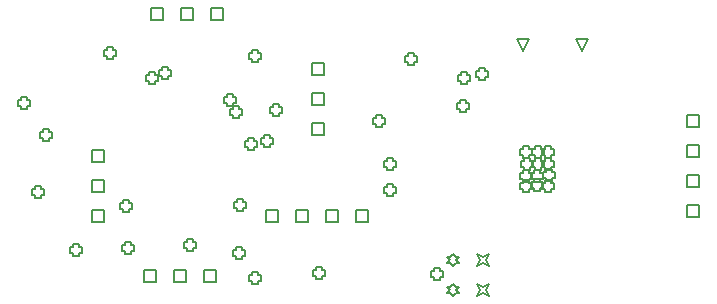
<source format=gbr>
G04*
G04 #@! TF.GenerationSoftware,Altium Limited,Altium Designer,25.8.1 (18)*
G04*
G04 Layer_Color=2752767*
%FSLAX25Y25*%
%MOIN*%
G70*
G04*
G04 #@! TF.SameCoordinates,4BE62294-00A5-47EF-9B78-CB70749D35C4*
G04*
G04*
G04 #@! TF.FilePolarity,Positive*
G04*
G01*
G75*
%ADD86C,0.00500*%
D86*
X108273Y-6970D02*
Y-2970D01*
X112273D01*
Y-6970D01*
X108273D01*
Y3030D02*
Y7030D01*
X112273D01*
Y3030D01*
X108273D01*
X108273Y-16970D02*
Y-12970D01*
X112273D01*
Y-16970D01*
X108273D01*
Y13030D02*
Y17030D01*
X112273D01*
Y13030D01*
X108273D01*
X-90073Y-18726D02*
Y-14726D01*
X-86073D01*
Y-18726D01*
X-90073D01*
Y-8726D02*
Y-4726D01*
X-86073D01*
Y-8726D01*
X-90073D01*
Y1274D02*
Y5274D01*
X-86073D01*
Y1274D01*
X-90073D01*
X-2038Y-18647D02*
Y-14647D01*
X1962D01*
Y-18647D01*
X-2038D01*
X-32038D02*
Y-14647D01*
X-28038D01*
Y-18647D01*
X-32038D01*
X-12038D02*
Y-14647D01*
X-8038D01*
Y-18647D01*
X-12038D01*
X-22038D02*
Y-14647D01*
X-18038D01*
Y-18647D01*
X-22038D01*
X73118Y38397D02*
X71118Y42397D01*
X75118D01*
X73118Y38397D01*
X53433D02*
X51433Y42397D01*
X55433D01*
X53433Y38397D01*
X38225Y-43240D02*
X39225Y-41240D01*
X38225Y-39240D01*
X40225Y-40240D01*
X42225Y-39240D01*
X41225Y-41240D01*
X42225Y-43240D01*
X40225Y-42240D01*
X38225Y-43240D01*
X30225D02*
X31225Y-42240D01*
X32225D01*
X31225Y-41240D01*
X32225Y-40240D01*
X31225D01*
X30225Y-39240D01*
X29225Y-40240D01*
X28225D01*
X29225Y-41240D01*
X28225Y-42240D01*
X29225D01*
X30225Y-43240D01*
Y-33240D02*
X31225Y-32240D01*
X32225D01*
X31225Y-31240D01*
X32225Y-30240D01*
X31225D01*
X30225Y-29240D01*
X29225Y-30240D01*
X28225D01*
X29225Y-31240D01*
X28225Y-32240D01*
X29225D01*
X30225Y-33240D01*
X38225D02*
X39225Y-31240D01*
X38225Y-29240D01*
X40225Y-30240D01*
X42225Y-29240D01*
X41225Y-31240D01*
X42225Y-33240D01*
X40225Y-32240D01*
X38225Y-33240D01*
X-60492Y48888D02*
Y52888D01*
X-56492D01*
Y48888D01*
X-60492D01*
X-70492D02*
Y52888D01*
X-66492D01*
Y48888D01*
X-70492D01*
X-50492D02*
Y52888D01*
X-46492D01*
Y48888D01*
X-50492D01*
X-16976Y10556D02*
Y14556D01*
X-12976D01*
Y10556D01*
X-16976D01*
Y30556D02*
Y34556D01*
X-12976D01*
Y30556D01*
X-16976D01*
Y20556D02*
Y24556D01*
X-12976D01*
Y20556D01*
X-16976D01*
X-52858Y-38616D02*
Y-34615D01*
X-48858D01*
Y-38616D01*
X-52858D01*
X-62858D02*
Y-34615D01*
X-58858D01*
Y-38616D01*
X-62858D01*
X-72858D02*
Y-34615D01*
X-68858D01*
Y-38616D01*
X-72858D01*
X53463Y-7605D02*
Y-8606D01*
X55463D01*
Y-7605D01*
X56463D01*
Y-5605D01*
X55463D01*
Y-4606D01*
X53463D01*
Y-5605D01*
X52463D01*
Y-7605D01*
X53463D01*
X57262Y-7360D02*
Y-8360D01*
X59262D01*
Y-7360D01*
X60262D01*
Y-5360D01*
X59262D01*
Y-4360D01*
X57262D01*
Y-5360D01*
X56262D01*
Y-7360D01*
X57262D01*
X60734Y-7442D02*
Y-8442D01*
X62734D01*
Y-7442D01*
X63734D01*
Y-5442D01*
X62734D01*
Y-4442D01*
X60734D01*
Y-5442D01*
X59734D01*
Y-7442D01*
X60734D01*
X61020Y-3970D02*
Y-4970D01*
X63020D01*
Y-3970D01*
X64020D01*
Y-1970D01*
X63020D01*
Y-970D01*
X61020D01*
Y-1970D01*
X60020D01*
Y-3970D01*
X61020D01*
X57303Y-4256D02*
Y-5256D01*
X59303D01*
Y-4256D01*
X60303D01*
Y-2256D01*
X59303D01*
Y-1256D01*
X57303D01*
Y-2256D01*
X56303D01*
Y-4256D01*
X57303D01*
X53544Y-4133D02*
Y-5133D01*
X55544D01*
Y-4133D01*
X56544D01*
Y-2133D01*
X55544D01*
Y-1133D01*
X53544D01*
Y-2133D01*
X52544D01*
Y-4133D01*
X53544D01*
X53819Y-308D02*
Y-1309D01*
X55819D01*
Y-308D01*
X56819D01*
Y1691D01*
X55819D01*
Y2692D01*
X53819D01*
Y1691D01*
X52819D01*
Y-308D01*
X53819D01*
X57393Y-368D02*
Y-1368D01*
X59393D01*
Y-368D01*
X60393D01*
Y1632D01*
X59393D01*
Y2632D01*
X57393D01*
Y1632D01*
X56393D01*
Y-368D01*
X57393D01*
X60848Y-249D02*
Y-1249D01*
X62848D01*
Y-249D01*
X63848D01*
Y1751D01*
X62848D01*
Y2751D01*
X60848D01*
Y1751D01*
X59848D01*
Y-249D01*
X60848D01*
X60789Y3683D02*
Y2683D01*
X62789D01*
Y3683D01*
X63789D01*
Y5683D01*
X62789D01*
Y6683D01*
X60789D01*
Y5683D01*
X59789D01*
Y3683D01*
X60789D01*
X57512Y3802D02*
Y2802D01*
X59512D01*
Y3802D01*
X60512D01*
Y5802D01*
X59512D01*
Y6802D01*
X57512D01*
Y5802D01*
X56512D01*
Y3802D01*
X57512D01*
X53640D02*
Y2802D01*
X55640D01*
Y3802D01*
X56640D01*
Y5802D01*
X55640D01*
Y6802D01*
X53640D01*
Y5802D01*
X52640D01*
Y3802D01*
X53640D01*
X-71211Y28297D02*
Y27297D01*
X-69211D01*
Y28297D01*
X-68211D01*
Y30297D01*
X-69211D01*
Y31297D01*
X-71211D01*
Y30297D01*
X-72211D01*
Y28297D01*
X-71211D01*
X-66695Y30237D02*
Y29237D01*
X-64695D01*
Y30237D01*
X-63695D01*
Y32237D01*
X-64695D01*
Y33237D01*
X-66695D01*
Y32237D01*
X-67695D01*
Y30237D01*
X-66695D01*
X-44996Y20931D02*
Y19931D01*
X-42996D01*
Y20931D01*
X-41996D01*
Y22931D01*
X-42996D01*
Y23931D01*
X-44996D01*
Y22931D01*
X-45996D01*
Y20931D01*
X-44996D01*
X-43263Y17076D02*
Y16076D01*
X-41263D01*
Y17076D01*
X-40263D01*
Y19076D01*
X-41263D01*
Y20076D01*
X-43263D01*
Y19076D01*
X-44263D01*
Y17076D01*
X-43263D01*
X-85108Y36908D02*
Y35908D01*
X-83108D01*
Y36908D01*
X-82108D01*
Y38908D01*
X-83108D01*
Y39908D01*
X-85108D01*
Y38908D01*
X-86108D01*
Y36908D01*
X-85108D01*
X38764Y29654D02*
Y28654D01*
X40764D01*
Y29654D01*
X41764D01*
Y31654D01*
X40764D01*
Y32654D01*
X38764D01*
Y31654D01*
X37764D01*
Y29654D01*
X38764D01*
X4478Y14038D02*
Y13038D01*
X6477D01*
Y14038D01*
X7478D01*
Y16038D01*
X6477D01*
Y17038D01*
X4478D01*
Y16038D01*
X3478D01*
Y14038D01*
X4478D01*
X-29984Y17686D02*
Y16686D01*
X-27984D01*
Y17686D01*
X-26984D01*
Y19686D01*
X-27984D01*
Y20686D01*
X-29984D01*
Y19686D01*
X-30984D01*
Y17686D01*
X-29984D01*
X-15585Y-36505D02*
Y-37505D01*
X-13585D01*
Y-36505D01*
X-12585D01*
Y-34505D01*
X-13585D01*
Y-33505D01*
X-15585D01*
Y-34505D01*
X-16585D01*
Y-36505D01*
X-15585D01*
X-32820Y7519D02*
Y6519D01*
X-30820D01*
Y7519D01*
X-29820D01*
Y9519D01*
X-30820D01*
Y10519D01*
X-32820D01*
Y9519D01*
X-33820D01*
Y7519D01*
X-32820D01*
X-106501Y9576D02*
Y8576D01*
X-104501D01*
Y9576D01*
X-103501D01*
Y11576D01*
X-104501D01*
Y12576D01*
X-106501D01*
Y11576D01*
X-107501D01*
Y9576D01*
X-106501D01*
X-36816Y35776D02*
Y34776D01*
X-34817D01*
Y35776D01*
X-33816D01*
Y37776D01*
X-34817D01*
Y38776D01*
X-36816D01*
Y37776D01*
X-37817D01*
Y35776D01*
X-36816D01*
X-38065Y6324D02*
Y5324D01*
X-36065D01*
Y6324D01*
X-35065D01*
Y8324D01*
X-36065D01*
Y9324D01*
X-38065D01*
Y8324D01*
X-39065D01*
Y6324D01*
X-38065D01*
X-41951Y-14028D02*
Y-15028D01*
X-39951D01*
Y-14028D01*
X-38951D01*
Y-12028D01*
X-39951D01*
Y-11028D01*
X-41951D01*
Y-12028D01*
X-42951D01*
Y-14028D01*
X-41951D01*
X-109186Y-9498D02*
Y-10498D01*
X-107186D01*
Y-9498D01*
X-106186D01*
Y-7498D01*
X-107186D01*
Y-6498D01*
X-109186D01*
Y-7498D01*
X-110187D01*
Y-9498D01*
X-109186D01*
X-113882Y20246D02*
Y19246D01*
X-111881D01*
Y20246D01*
X-110881D01*
Y22246D01*
X-111881D01*
Y23246D01*
X-113882D01*
Y22246D01*
X-114882D01*
Y20246D01*
X-113882D01*
X-42225Y-30048D02*
Y-31049D01*
X-40225D01*
Y-30048D01*
X-39225D01*
Y-28049D01*
X-40225D01*
Y-27049D01*
X-42225D01*
Y-28049D01*
X-43225D01*
Y-30048D01*
X-42225D01*
X23731Y-36939D02*
Y-37939D01*
X25731D01*
Y-36939D01*
X26731D01*
Y-34939D01*
X25731D01*
Y-33939D01*
X23731D01*
Y-34939D01*
X22731D01*
Y-36939D01*
X23731D01*
X-58582Y-27175D02*
Y-28175D01*
X-56582D01*
Y-27175D01*
X-55582D01*
Y-25175D01*
X-56582D01*
Y-24175D01*
X-58582D01*
Y-25175D01*
X-59582D01*
Y-27175D01*
X-58582D01*
X32457Y19143D02*
Y18143D01*
X34457D01*
Y19143D01*
X35457D01*
Y21143D01*
X34457D01*
Y22143D01*
X32457D01*
Y21143D01*
X31457D01*
Y19143D01*
X32457D01*
X8281Y-370D02*
Y-1370D01*
X10281D01*
Y-370D01*
X11281D01*
Y1630D01*
X10281D01*
Y2630D01*
X8281D01*
Y1630D01*
X7281D01*
Y-370D01*
X8281D01*
Y-8872D02*
Y-9872D01*
X10281D01*
Y-8872D01*
X11281D01*
Y-6872D01*
X10281D01*
Y-5872D01*
X8281D01*
Y-6872D01*
X7281D01*
Y-8872D01*
X8281D01*
X-96380Y-29024D02*
Y-30024D01*
X-94380D01*
Y-29024D01*
X-93379D01*
Y-27024D01*
X-94380D01*
Y-26024D01*
X-96380D01*
Y-27024D01*
X-97379D01*
Y-29024D01*
X-96380D01*
X-79106Y-28167D02*
Y-29167D01*
X-77106D01*
Y-28167D01*
X-76106D01*
Y-26167D01*
X-77106D01*
Y-25167D01*
X-79106D01*
Y-26167D01*
X-80106D01*
Y-28167D01*
X-79106D01*
X-79742Y-14250D02*
Y-15250D01*
X-77742D01*
Y-14250D01*
X-76742D01*
Y-12250D01*
X-77742D01*
Y-11250D01*
X-79742D01*
Y-12250D01*
X-80742D01*
Y-14250D01*
X-79742D01*
X-36690Y-38254D02*
Y-39254D01*
X-34690D01*
Y-38254D01*
X-33690D01*
Y-36254D01*
X-34690D01*
Y-35254D01*
X-36690D01*
Y-36254D01*
X-37690D01*
Y-38254D01*
X-36690D01*
X15291Y34607D02*
Y33607D01*
X17291D01*
Y34607D01*
X18291D01*
Y36607D01*
X17291D01*
Y37607D01*
X15291D01*
Y36607D01*
X14291D01*
Y34607D01*
X15291D01*
X32998Y28402D02*
Y27402D01*
X34999D01*
Y28402D01*
X35998D01*
Y30402D01*
X34999D01*
Y31402D01*
X32998D01*
Y30402D01*
X31999D01*
Y28402D01*
X32998D01*
M02*

</source>
